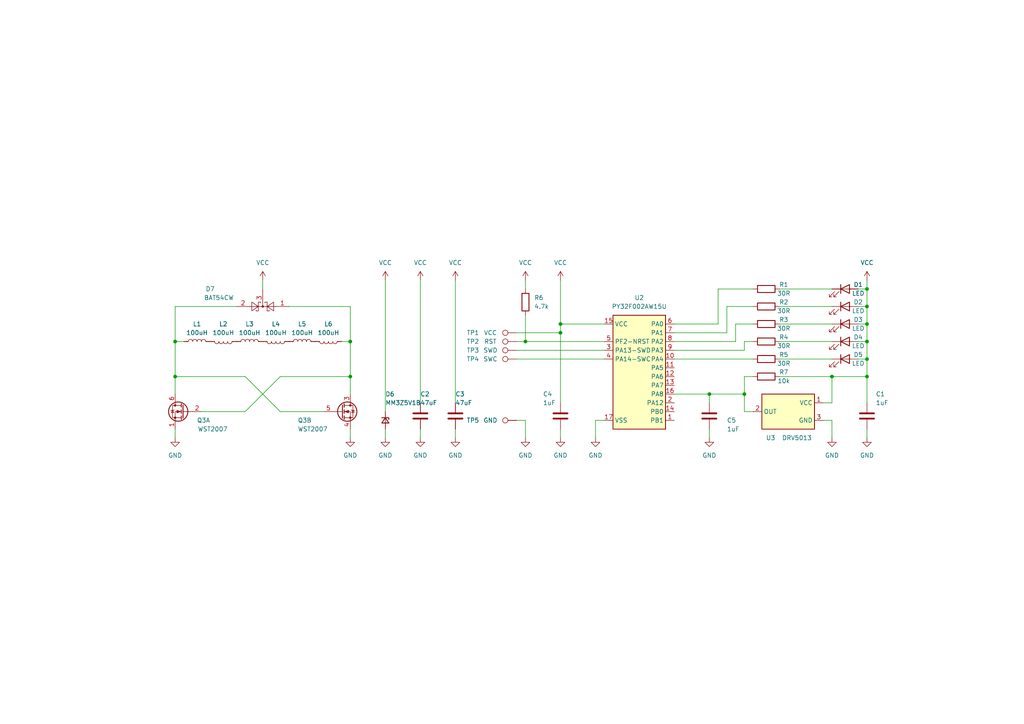
<source format=kicad_sch>
(kicad_sch (version 20230121) (generator eeschema)
  (paper "A4")
  (lib_symbols
    (symbol "Connector:TestPoint" (pin_numbers hide) (pin_names (offset 0.762) hide)
      (property "Reference" "TP" (at 0 6.858 0))
      (property "Value" "TestPoint" (at 0 5.08 0))
      (symbol "TestPoint_0_1"
        (circle (center 0 3.302) (radius 0.762))
      )
      (symbol "TestPoint_1_1"
        (pin passive line (at 0 0 90) (length 2.54) (name "1") (number "1"))
      )
    )
    (symbol "Device:C" (pin_numbers hide) (pin_names (offset 0.254))
      (property "Reference" "C" (at 0.635 2.54 0))
      (property "Value" "C" (at 0.635 -2.54 0))
      (symbol "C_0_1"
        (polyline (pts (xy -2.032 -0.762) (xy 2.032 -0.762)) (stroke (width 0.508)))
        (polyline (pts (xy -2.032 0.762) (xy 2.032 0.762)) (stroke (width 0.508)))
      )
      (symbol "C_1_1"
        (pin passive line (at 0 3.81 270) (length 2.794) (name "~") (number "1"))
        (pin passive line (at 0 -3.81 90) (length 2.794) (name "~") (number "2"))
      )
    )
    (symbol "Device:D_Zener_Small" (pin_numbers hide) (pin_names (offset 0.254) hide)
      (property "Reference" "D" (at 0 2.286 0))
      (property "Value" "D_Zener_Small" (at 0 -2.286 0))
      (symbol "D_Zener_Small_0_1"
        (polyline (pts (xy 0.762 0) (xy -0.762 0)))
        (polyline (pts (xy -0.254 1.016) (xy -0.762 1.016) (xy -0.762 -1.016)) (stroke (width 0.254)))
        (polyline (pts (xy 0.762 1.016) (xy -0.762 0) (xy 0.762 -1.016) (xy 0.762 1.016)) (stroke (width 0.254)))
      )
      (symbol "D_Zener_Small_1_1"
        (pin passive line (at -2.54 0 0) (length 1.778) (name "K") (number "1"))
        (pin passive line (at 2.54 0 180) (length 1.778) (name "A") (number "2"))
      )
    )
    (symbol "Device:L" (pin_numbers hide) (pin_names (offset 1.016) hide)
      (property "Reference" "L" (at -1.27 0 90))
      (property "Value" "L" (at 1.905 0 90))
      (symbol "L_0_1"
        (arc (start 0 -2.54) (mid 0.6323 -1.905) (end 0 -1.27))
        (arc (start 0 -1.27) (mid 0.6323 -0.635) (end 0 0))
        (arc (start 0 0) (mid 0.6323 0.635) (end 0 1.27))
        (arc (start 0 1.27) (mid 0.6323 1.905) (end 0 2.54))
      )
      (symbol "L_1_1"
        (pin passive line (at 0 3.81 270) (length 1.27) (name "1") (number "1"))
        (pin passive line (at 0 -3.81 90) (length 1.27) (name "2") (number "2"))
      )
    )
    (symbol "Device:LED" (pin_numbers hide) (pin_names (offset 1.016) hide)
      (property "Reference" "D" (at 0 2.54 0))
      (property "Value" "LED" (at 0 -2.54 0))
      (symbol "LED_0_1"
        (polyline (pts (xy -1.27 -1.27) (xy -1.27 1.27)) (stroke (width 0.254)))
        (polyline (pts (xy -1.27 0) (xy 1.27 0)))
        (polyline (pts (xy 1.27 -1.27) (xy 1.27 1.27) (xy -1.27 0) (xy 1.27 -1.27)) (stroke (width 0.254)))
        (polyline (pts (xy -3.048 -0.762) (xy -4.572 -2.286) (xy -3.81 -2.286) (xy -4.572 -2.286) (xy -4.572 -1.524)))
        (polyline (pts (xy -1.778 -0.762) (xy -3.302 -2.286) (xy -2.54 -2.286) (xy -3.302 -2.286) (xy -3.302 -1.524)))
      )
      (symbol "LED_1_1"
        (pin passive line (at -3.81 0 0) (length 2.54) (name "K") (number "1"))
        (pin passive line (at 3.81 0 180) (length 2.54) (name "A") (number "2"))
      )
    )
    (symbol "Device:R" (pin_numbers hide) (pin_names (offset 0))
      (property "Reference" "R" (at 2.032 0 90))
      (property "Value" "R" (at 0 0 90))
      (symbol "R_0_1"
        (rectangle (start -1.016 -2.54) (end 1.016 2.54) (stroke (width 0.254)))
      )
      (symbol "R_1_1"
        (pin passive line (at 0 3.81 270) (length 1.27) (name "~") (number "1"))
        (pin passive line (at 0 -3.81 90) (length 1.27) (name "~") (number "2"))
      )
    )
    (symbol "Diode:BAT54CW" (pin_names (offset 1.016))
      (property "Reference" "D" (at 0.635 -3.81 0))
      (property "Value" "BAT54CW" (at -6.35 3.175 0))
      (symbol "BAT54CW_0_1"
        (polyline (pts (xy -1.905 0) (xy 1.905 0)))
        (polyline (pts (xy -1.905 1.27) (xy -1.905 1.016)))
        (polyline (pts (xy -1.27 -1.27) (xy -0.635 -1.27)))
        (polyline (pts (xy -1.27 0) (xy -3.81 0)))
        (polyline (pts (xy -1.27 1.27) (xy -1.905 1.27)))
        (polyline (pts (xy -1.27 1.27) (xy -1.27 -1.27)))
        (polyline (pts (xy -0.635 -1.27) (xy -0.635 -1.016)))
        (polyline (pts (xy 0.635 -1.27) (xy 0.635 -1.016)))
        (polyline (pts (xy 1.27 -1.27) (xy 0.635 -1.27)))
        (polyline (pts (xy 1.27 1.27) (xy 1.27 -1.27)))
        (polyline (pts (xy 1.27 1.27) (xy 1.905 1.27)))
        (polyline (pts (xy 1.905 1.27) (xy 1.905 1.016)))
        (polyline (pts (xy 3.81 0) (xy 1.27 0)))
        (polyline (pts (xy -3.175 -1.27) (xy -3.175 1.27) (xy -1.27 0) (xy -3.175 -1.27)))
        (polyline (pts (xy 3.175 -1.27) (xy 3.175 1.27) (xy 1.27 0) (xy 3.175 -1.27)))
        (circle (center 0 0) (radius 0.254) (fill (type outline)))
      )
      (symbol "BAT54CW_1_1"
        (pin passive line (at -7.62 0 0) (length 3.81) (name "~") (number "1"))
        (pin passive line (at 7.62 0 180) (length 3.81) (name "~") (number "2"))
        (pin passive line (at 0 -5.08 90) (length 5.08) (name "~") (number "3"))
      )
    )
    (symbol "USER:DRV5013"
      (property "Reference" "U" (at 2.54 6.35 0))
      (property "Value" "DRV5013" (at 2.54 3.81 0))
      (symbol "DRV5013_1_1"
        (rectangle (start 2.54 2.54) (end 17.78 -7.62) (stroke (width 0.254)) (fill (type background)))
        (pin power_in line (at 20.32 0 180) (length 2.54) (name "VCC") (number "1"))
        (pin open_collector line (at 0 -2.54 0) (length 2.54) (name "OUT") (number "2"))
        (pin power_in line (at 20.32 -5.08 180) (length 2.54) (name "GND") (number "3"))
      )
    )
    (symbol "USER:PY32F002AW15U"
      (property "Reference" "U" (at 2.54 6.35 0))
      (property "Value" "PY32F002AW15U" (at 2.54 3.81 0))
      (symbol "PY32F002AW15U_1_1"
        (rectangle (start 2.54 2.54) (end 17.78 -30.48) (stroke (width 0.254)) (fill (type background)))
        (pin passive line (at 20.32 -27.94 180) (length 2.54) (name "PB1") (number "1"))
        (pin passive line (at 20.32 -10.16 180) (length 2.54) (name "PA4") (number "10"))
        (pin passive line (at 20.32 -12.7 180) (length 2.54) (name "PA5") (number "11"))
        (pin passive line (at 20.32 -15.24 180) (length 2.54) (name "PA6") (number "12"))
        (pin passive line (at 20.32 -17.78 180) (length 2.54) (name "PA7") (number "13"))
        (pin passive line (at 20.32 -25.4 180) (length 2.54) (name "PB0") (number "14"))
        (pin power_in line (at 0 0 0) (length 2.54) (name "VCC") (number "15"))
        (pin passive line (at 20.32 -20.32 180) (length 2.54) (name "PA8") (number "16"))
        (pin power_in line (at 0 -27.94 0) (length 2.54) (name "VSS") (number "17"))
        (pin passive line (at 20.32 -22.86 180) (length 2.54) (name "PA12") (number "2"))
        (pin passive line (at 0 -7.62 0) (length 2.54) (name "PA13-SWD") (number "3"))
        (pin passive line (at 0 -10.16 0) (length 2.54) (name "PA14-SWC") (number "4"))
        (pin passive line (at 0 -5.08 0) (length 2.54) (name "PF2-NRST") (number "5"))
        (pin passive line (at 20.32 0 180) (length 2.54) (name "PA0") (number "6"))
        (pin passive line (at 20.32 -2.54 180) (length 2.54) (name "PA1") (number "7"))
        (pin passive line (at 20.32 -5.08 180) (length 2.54) (name "PA2") (number "8"))
        (pin passive line (at 20.32 -7.62 180) (length 2.54) (name "PA3") (number "9"))
      )
    )
    (symbol "USER:WST2007" (pin_names hide)
      (property "Reference" "Q" (at 5.08 1.905 0))
      (property "Value" "WST2007" (at 5.08 0 0))
      (symbol "WST2007_0_1"
        (polyline (pts (xy 0.254 0) (xy -2.54 0)))
        (polyline (pts (xy 0.254 1.905) (xy 0.254 -1.905)) (stroke (width 0.254)))
        (polyline (pts (xy 0.762 -1.27) (xy 0.762 -2.286)) (stroke (width 0.254)))
        (polyline (pts (xy 0.762 0.508) (xy 0.762 -0.508)) (stroke (width 0.254)))
        (polyline (pts (xy 0.762 2.286) (xy 0.762 1.27)) (stroke (width 0.254)))
        (polyline (pts (xy 2.54 2.54) (xy 2.54 1.778)))
        (polyline (pts (xy 2.54 -2.54) (xy 2.54 0) (xy 0.762 0)))
        (polyline (pts (xy 0.762 -1.778) (xy 3.302 -1.778) (xy 3.302 1.778) (xy 0.762 1.778)))
        (polyline (pts (xy 1.016 0) (xy 2.032 0.381) (xy 2.032 -0.381) (xy 1.016 0)) (fill (type outline)))
        (polyline (pts (xy 2.794 0.508) (xy 2.921 0.381) (xy 3.683 0.381) (xy 3.81 0.254)))
        (polyline (pts (xy 3.302 0.381) (xy 2.921 -0.254) (xy 3.683 -0.254) (xy 3.302 0.381)))
        (circle (center 1.651 0) (radius 2.794) (stroke (width 0.254)))
        (circle (center 2.54 -1.778) (radius 0.254) (fill (type outline)))
        (circle (center 2.54 1.778) (radius 0.254) (fill (type outline)))
      )
      (symbol "WST2007_1_1"
        (pin passive line (at 2.54 -5.08 90) (length 2.54) (name "S") (number "1"))
        (pin passive line (at -5.08 0 0) (length 2.54) (name "G") (number "2"))
        (pin passive line (at 2.54 5.08 270) (length 2.54) (name "D") (number "6"))
      )
      (symbol "WST2007_2_1"
        (pin passive line (at 2.54 5.08 270) (length 2.54) (name "D") (number "3"))
        (pin passive line (at 2.54 -5.08 90) (length 2.54) (name "S") (number "4"))
        (pin passive line (at -5.08 0 0) (length 2.54) (name "G") (number "5"))
      )
    )
    (symbol "power:GND" (power) (pin_names (offset 0))
      (property "Value" "GND" (at 0 -3.81 0))
      (symbol "GND_0_1"
        (polyline (pts (xy 0 0) (xy 0 -1.27) (xy 1.27 -1.27) (xy 0 -2.54) (xy -1.27 -1.27) (xy 0 -1.27)))
      )
      (symbol "GND_1_1"
        (pin power_in line (at 0 0 270) (length 0) hide (name "GND") (number "1"))
      )
    )
    (symbol "power:VCC" (power) (pin_names (offset 0))
      (property "Value" "VCC" (at 0 3.81 0))
      (symbol "VCC_0_1"
        (polyline (pts (xy -0.762 1.27) (xy 0 2.54)))
        (polyline (pts (xy 0 0) (xy 0 2.54)))
        (polyline (pts (xy 0 2.54) (xy 0.762 1.27)))
      )
      (symbol "VCC_1_1"
        (pin power_in line (at 0 0 90) (length 0) hide (name "VCC") (number "1"))
      )
    )
  )
  (junction (at 50.8 109.22))
  (junction (at 251.46 88.9))
  (junction (at 251.46 104.14))
  (junction (at 101.6 109.22))
  (junction (at 205.74 114.3))
  (junction (at 251.46 99.06))
  (junction (at 50.8 99.06))
  (junction (at 162.56 96.52))
  (junction (at 215.9 114.3))
  (junction (at 241.3 109.22))
  (junction (at 162.56 93.98))
  (junction (at 251.46 109.22))
  (junction (at 101.6 99.06))
  (junction (at 251.46 93.98))
  (junction (at 251.46 83.82))
  (junction (at 152.4 99.06))
  (wire (pts (xy 162.56 96.52) (xy 162.56 116.84)))
  (wire (pts (xy 121.92 124.46) (xy 121.92 127)))
  (wire (pts (xy 132.08 124.46) (xy 132.08 127)))
  (wire (pts (xy 241.3 109.22) (xy 241.3 116.84)))
  (wire (pts (xy 241.3 127) (xy 241.3 121.92)))
  (wire (pts (xy 218.44 99.06) (xy 215.9 99.06)))
  (wire (pts (xy 149.86 99.06) (xy 152.4 99.06)))
  (wire (pts (xy 50.8 99.06) (xy 53.34 99.06)))
  (wire (pts (xy 251.46 93.98) (xy 251.46 99.06)))
  (wire (pts (xy 162.56 93.98) (xy 162.56 96.52)))
  (wire (pts (xy 121.92 81.28) (xy 121.92 116.84)))
  (wire (pts (xy 152.4 121.92) (xy 149.86 121.92)))
  (wire (pts (xy 81.28 119.38) (xy 93.98 119.38)))
  (wire (pts (xy 215.9 99.06) (xy 215.9 101.6)))
  (wire (pts (xy 50.8 127) (xy 50.8 124.46)))
  (wire (pts (xy 251.46 88.9) (xy 251.46 93.98)))
  (wire (pts (xy 172.72 127) (xy 172.72 121.92)))
  (wire (pts (xy 152.4 127) (xy 152.4 121.92)))
  (wire (pts (xy 152.4 99.06) (xy 175.26 99.06)))
  (wire (pts (xy 132.08 81.28) (xy 132.08 116.84)))
  (wire (pts (xy 149.86 104.14) (xy 175.26 104.14)))
  (wire (pts (xy 149.86 101.6) (xy 175.26 101.6)))
  (wire (pts (xy 208.28 93.98) (xy 208.28 83.82)))
  (wire (pts (xy 68.58 88.9) (xy 50.8 88.9)))
  (wire (pts (xy 210.82 88.9) (xy 210.82 96.52)))
  (wire (pts (xy 226.06 93.98) (xy 241.3 93.98)))
  (wire (pts (xy 251.46 124.46) (xy 251.46 127)))
  (wire (pts (xy 172.72 121.92) (xy 175.26 121.92)))
  (wire (pts (xy 205.74 114.3) (xy 205.74 116.84)))
  (wire (pts (xy 213.36 99.06) (xy 213.36 93.98)))
  (wire (pts (xy 195.58 99.06) (xy 213.36 99.06)))
  (wire (pts (xy 218.44 109.22) (xy 215.9 109.22)))
  (wire (pts (xy 152.4 81.28) (xy 152.4 83.82)))
  (wire (pts (xy 248.92 83.82) (xy 251.46 83.82)))
  (wire (pts (xy 50.8 109.22) (xy 50.8 114.3)))
  (wire (pts (xy 218.44 88.9) (xy 210.82 88.9)))
  (wire (pts (xy 111.76 124.46) (xy 111.76 127)))
  (wire (pts (xy 205.74 114.3) (xy 195.58 114.3)))
  (wire (pts (xy 210.82 96.52) (xy 195.58 96.52)))
  (wire (pts (xy 248.92 99.06) (xy 251.46 99.06)))
  (wire (pts (xy 58.42 119.38) (xy 71.12 119.38)))
  (wire (pts (xy 99.06 99.06) (xy 101.6 99.06)))
  (wire (pts (xy 71.12 109.22) (xy 50.8 109.22)))
  (wire (pts (xy 195.58 104.14) (xy 218.44 104.14)))
  (wire (pts (xy 50.8 99.06) (xy 50.8 109.22)))
  (wire (pts (xy 248.92 104.14) (xy 251.46 104.14)))
  (wire (pts (xy 101.6 109.22) (xy 101.6 114.3)))
  (wire (pts (xy 83.82 88.9) (xy 101.6 88.9)))
  (wire (pts (xy 226.06 109.22) (xy 241.3 109.22)))
  (wire (pts (xy 215.9 119.38) (xy 215.9 114.3)))
  (wire (pts (xy 208.28 83.82) (xy 218.44 83.82)))
  (wire (pts (xy 241.3 116.84) (xy 238.76 116.84)))
  (wire (pts (xy 226.06 99.06) (xy 241.3 99.06)))
  (wire (pts (xy 71.12 109.22) (xy 81.28 119.38)))
  (wire (pts (xy 101.6 99.06) (xy 101.6 109.22)))
  (wire (pts (xy 205.74 124.46) (xy 205.74 127)))
  (wire (pts (xy 248.92 88.9) (xy 251.46 88.9)))
  (wire (pts (xy 226.06 88.9) (xy 241.3 88.9)))
  (wire (pts (xy 215.9 114.3) (xy 205.74 114.3)))
  (wire (pts (xy 251.46 109.22) (xy 251.46 116.84)))
  (wire (pts (xy 71.12 119.38) (xy 81.28 109.22)))
  (wire (pts (xy 226.06 83.82) (xy 241.3 83.82)))
  (wire (pts (xy 152.4 91.44) (xy 152.4 99.06)))
  (wire (pts (xy 241.3 121.92) (xy 238.76 121.92)))
  (wire (pts (xy 248.92 93.98) (xy 251.46 93.98)))
  (wire (pts (xy 111.76 81.28) (xy 111.76 119.38)))
  (wire (pts (xy 251.46 81.28) (xy 251.46 83.82)))
  (wire (pts (xy 175.26 93.98) (xy 162.56 93.98)))
  (wire (pts (xy 251.46 104.14) (xy 251.46 109.22)))
  (wire (pts (xy 251.46 99.06) (xy 251.46 104.14)))
  (wire (pts (xy 226.06 104.14) (xy 241.3 104.14)))
  (wire (pts (xy 101.6 127) (xy 101.6 124.46)))
  (wire (pts (xy 215.9 109.22) (xy 215.9 114.3)))
  (wire (pts (xy 195.58 101.6) (xy 215.9 101.6)))
  (wire (pts (xy 213.36 93.98) (xy 218.44 93.98)))
  (wire (pts (xy 241.3 109.22) (xy 251.46 109.22)))
  (wire (pts (xy 149.86 96.52) (xy 162.56 96.52)))
  (wire (pts (xy 251.46 83.82) (xy 251.46 88.9)))
  (wire (pts (xy 76.2 81.28) (xy 76.2 83.82)))
  (wire (pts (xy 81.28 109.22) (xy 101.6 109.22)))
  (wire (pts (xy 50.8 88.9) (xy 50.8 99.06)))
  (wire (pts (xy 162.56 124.46) (xy 162.56 127)))
  (wire (pts (xy 215.9 119.38) (xy 218.44 119.38)))
  (wire (pts (xy 101.6 88.9) (xy 101.6 99.06)))
  (wire (pts (xy 162.56 93.98) (xy 162.56 81.28)))
  (wire (pts (xy 195.58 93.98) (xy 208.28 93.98)))
  (symbol (lib_id "power:GND") (at 101.6 127 0) (unit 1)
    (property "Reference" "#PWR02" (effects hide))
    (property "Value" "GND" (at 101.6 132.08 0))
  )
  (symbol (lib_id "Device:LED") (at 245.11 93.98 0) (unit 1)
    (property "Reference" "D3" (at 248.92 92.71 0))
    (property "Value" "LED" (at 248.92 95.25 0))
    (property "Footprint" "LED_SMD:LED_0402_1005Metric" (effects hide))
  )
  (symbol (lib_id "Device:L") (at 95.25 99.06 270) (unit 1)
    (property "Reference" "L6" (at 95.25 93.98 90))
    (property "Value" "100uH" (at 95.25 96.52 90))
    (property "Footprint" "USER:L_SHOUHAN _CY43-100UH" (effects hide))
  )
  (symbol (lib_id "power:GND") (at 121.92 127 0) (unit 1)
    (property "Reference" "#PWR09" (effects hide))
    (property "Value" "GND" (at 121.92 132.08 0))
  )
  (symbol (lib_id "USER:WST2007") (at 99.06 119.38 0) (unit 2)
    (property "Reference" "Q3" (at 86.36 121.92 0) (effects (justify left)))
    (property "Value" "WST2007" (at 86.36 124.46 0) (effects (justify left)))
    (property "Footprint" "Package_TO_SOT_SMD:SOT-363_SC-70-6" (effects hide))
  )
  (symbol (lib_id "Connector:TestPoint") (at 149.86 121.92 90) (unit 1)
    (property "Reference" "TP5" (at 137.16 121.92 90))
    (property "Value" "GND" (at 142.24 121.92 90))
    (property "Footprint" "TestPoint:TestPoint_Pad_D2.0mm" (effects hide))
  )
  (symbol (lib_id "power:GND") (at 162.56 127 0) (unit 1)
    (property "Reference" "#PWR04" (effects hide))
    (property "Value" "GND" (at 162.56 132.08 0))
  )
  (symbol (lib_id "Device:L") (at 57.15 99.06 90) (unit 1)
    (property "Reference" "L1" (at 57.15 93.98 90))
    (property "Value" "100uH" (at 57.15 96.52 90))
    (property "Footprint" "USER:L_SHOUHAN _CY43-100UH" (effects hide))
  )
  (symbol (lib_id "Connector:TestPoint") (at 149.86 104.14 90) (unit 1)
    (property "Reference" "TP4" (at 137.16 104.14 90))
    (property "Value" "SWC" (at 142.24 104.14 90))
    (property "Footprint" "TestPoint:TestPoint_Pad_D2.0mm" (effects hide))
  )
  (symbol (lib_id "power:GND") (at 50.8 127 0) (unit 1)
    (property "Reference" "#PWR01" (effects hide))
    (property "Value" "GND" (at 50.8 132.08 0))
  )
  (symbol (lib_id "power:VCC") (at 152.4 81.28 0) (unit 1)
    (property "Reference" "#PWR015" (effects hide))
    (property "Value" "VCC" (at 152.4 76.2 0))
  )
  (symbol (lib_id "Connector:TestPoint") (at 149.86 101.6 90) (unit 1)
    (property "Reference" "TP3" (at 137.16 101.6 90))
    (property "Value" "SWD" (at 142.24 101.6 90))
    (property "Footprint" "TestPoint:TestPoint_Pad_D2.0mm" (effects hide))
  )
  (symbol (lib_id "Device:R") (at 222.25 93.98 90) (unit 1)
    (property "Reference" "R3" (at 227.33 92.71 90))
    (property "Value" "30R" (at 227.33 95.25 90))
    (property "Footprint" "Resistor_SMD:R_0402_1005Metric" (effects hide))
  )
  (symbol (lib_id "Connector:TestPoint") (at 149.86 96.52 90) (unit 1)
    (property "Reference" "TP1" (at 137.16 96.52 90))
    (property "Value" "VCC" (at 142.24 96.52 90))
    (property "Footprint" "TestPoint:TestPoint_Pad_D2.0mm" (effects hide))
  )
  (symbol (lib_id "Device:D_Zener_Small") (at 111.76 121.92 270) (unit 1)
    (property "Reference" "D6" (at 111.76 114.3 90) (effects (justify left)))
    (property "Value" "MM3Z5V1B" (at 111.76 116.84 90) (effects (justify left)))
    (property "Footprint" "Diode_SMD:D_SOD-323" (effects hide))
  )
  (symbol (lib_id "power:GND") (at 172.72 127 0) (unit 1)
    (property "Reference" "#PWR016" (effects hide))
    (property "Value" "GND" (at 172.72 132.08 0))
  )
  (symbol (lib_id "power:GND") (at 241.3 127 0) (unit 1)
    (property "Reference" "#PWR08" (effects hide))
    (property "Value" "GND" (at 241.3 132.08 0))
  )
  (symbol (lib_id "Device:L") (at 87.63 99.06 90) (unit 1)
    (property "Reference" "L5" (at 87.63 93.98 90))
    (property "Value" "100uH" (at 87.63 96.52 90))
    (property "Footprint" "USER:L_SHOUHAN _CY43-100UH" (effects hide))
  )
  (symbol (lib_id "Device:R") (at 222.25 104.14 90) (unit 1)
    (property "Reference" "R5" (at 227.33 102.87 90))
    (property "Value" "30R" (at 227.33 105.41 90))
    (property "Footprint" "Resistor_SMD:R_0402_1005Metric" (effects hide))
  )
  (symbol (lib_id "power:VCC") (at 251.46 81.28 0) (unit 1)
    (property "Reference" "#PWR07" (effects hide))
    (property "Value" "VCC" (at 251.46 76.2 0))
  )
  (symbol (lib_id "Device:C") (at 251.46 120.65 0) (unit 1)
    (property "Reference" "C1" (at 254 114.3 0) (effects (justify left)))
    (property "Value" "1uF" (at 254 116.84 0) (effects (justify left)))
    (property "Footprint" "Capacitor_SMD:C_0402_1005Metric_Pad0.74x0.62mm_HandSolder" (effects hide))
  )
  (symbol (lib_id "Device:L") (at 72.39 99.06 90) (unit 1)
    (property "Reference" "L3" (at 72.39 93.98 90))
    (property "Value" "100uH" (at 72.39 96.52 90))
    (property "Footprint" "USER:L_SHOUHAN _CY43-100UH" (effects hide))
  )
  (symbol (lib_id "USER:DRV5013") (at 218.44 116.84 0) (unit 1)
    (property "Reference" "U3" (at 223.52 127 0))
    (property "Value" "DRV5013" (at 231.14 127 0))
    (property "Footprint" "Package_TO_SOT_SMD:SOT-23" (effects hide))
  )
  (symbol (lib_id "Device:C") (at 132.08 120.65 0) (unit 1)
    (property "Reference" "C3" (at 132.08 114.3 0) (effects (justify left)))
    (property "Value" "47uF" (at 132.08 116.84 0) (effects (justify left)))
    (property "Footprint" "Capacitor_SMD:C_0805_2012Metric_Pad1.18x1.45mm_HandSolder" (effects hide))
  )
  (symbol (lib_id "power:GND") (at 251.46 127 0) (unit 1)
    (property "Reference" "#PWR03" (effects hide))
    (property "Value" "GND" (at 251.46 132.08 0))
  )
  (symbol (lib_id "Device:R") (at 222.25 99.06 90) (unit 1)
    (property "Reference" "R4" (at 227.33 97.79 90))
    (property "Value" "30R" (at 227.33 100.33 90))
    (property "Footprint" "Resistor_SMD:R_0402_1005Metric" (effects hide))
  )
  (symbol (lib_id "Device:L") (at 64.77 99.06 270) (unit 1)
    (property "Reference" "L2" (at 64.77 93.98 90))
    (property "Value" "100uH" (at 64.77 96.52 90))
    (property "Footprint" "USER:L_SHOUHAN _CY43-100UH" (effects hide))
  )
  (symbol (lib_id "power:VCC") (at 111.76 81.28 0) (unit 1)
    (property "Reference" "#PWR014" (effects hide))
    (property "Value" "VCC" (at 111.76 76.2 0))
  )
  (symbol (lib_id "power:GND") (at 152.4 127 0) (unit 1)
    (property "Reference" "#PWR017" (effects hide))
    (property "Value" "GND" (at 152.4 132.08 0))
  )
  (symbol (lib_id "USER:PY32F002AW15U") (at 175.26 93.98 0) (unit 1)
    (property "Reference" "U2" (at 185.42 86.36 0))
    (property "Value" "PY32F002AW15U" (at 185.42 88.9 0))
    (property "Footprint" "Package_DFN_QFN:QFN-16-1EP_3x3mm_P0.5mm_EP1.7x1.7mm" (effects hide))
  )
  (symbol (lib_id "Device:LED") (at 245.11 88.9 0) (unit 1)
    (property "Reference" "D2" (at 248.92 87.63 0))
    (property "Value" "LED" (at 248.92 90.17 0))
    (property "Footprint" "LED_SMD:LED_0402_1005Metric" (effects hide))
  )
  (symbol (lib_id "power:GND") (at 111.76 127 0) (unit 1)
    (property "Reference" "#PWR013" (effects hide))
    (property "Value" "GND" (at 111.76 132.08 0))
  )
  (symbol (lib_id "Device:C") (at 162.56 120.65 0) (unit 1)
    (property "Reference" "C4" (at 157.48 114.3 0) (effects (justify left)))
    (property "Value" "1uF" (at 157.48 116.84 0) (effects (justify left)))
    (property "Footprint" "Capacitor_SMD:C_0402_1005Metric_Pad0.74x0.62mm_HandSolder" (effects hide))
  )
  (symbol (lib_id "Device:LED") (at 245.11 99.06 0) (unit 1)
    (property "Reference" "D4" (at 248.92 97.79 0))
    (property "Value" "LED" (at 248.92 100.33 0))
    (property "Footprint" "LED_SMD:LED_0402_1005Metric" (effects hide))
  )
  (symbol (lib_id "power:VCC") (at 162.56 81.28 0) (unit 1)
    (property "Reference" "#PWR06" (effects hide))
    (property "Value" "VCC" (at 162.56 76.2 0))
  )
  (symbol (lib_id "Device:R") (at 222.25 83.82 90) (unit 1)
    (property "Reference" "R1" (at 227.33 82.55 90))
    (property "Value" "30R" (at 227.33 85.09 90))
    (property "Footprint" "Resistor_SMD:R_0402_1005Metric" (effects hide))
  )
  (symbol (lib_id "Device:R") (at 222.25 88.9 90) (unit 1)
    (property "Reference" "R2" (at 227.33 87.63 90))
    (property "Value" "30R" (at 227.33 90.17 90))
    (property "Footprint" "Resistor_SMD:R_0402_1005Metric" (effects hide))
  )
  (symbol (lib_id "Device:C") (at 121.92 120.65 0) (unit 1)
    (property "Reference" "C2" (at 121.92 114.3 0) (effects (justify left)))
    (property "Value" "47uF" (at 121.92 116.84 0) (effects (justify left)))
    (property "Footprint" "Capacitor_SMD:C_0805_2012Metric_Pad1.18x1.45mm_HandSolder" (effects hide))
  )
  (symbol (lib_id "Device:C") (at 205.74 120.65 0) (unit 1)
    (property "Reference" "C5" (at 210.82 121.92 0) (effects (justify left)))
    (property "Value" "1uF" (at 210.82 124.46 0) (effects (justify left)))
    (property "Footprint" "Capacitor_SMD:C_0402_1005Metric_Pad0.74x0.62mm_HandSolder" (effects hide))
  )
  (symbol (lib_id "Device:LED") (at 245.11 83.82 0) (unit 1)
    (property "Reference" "D1" (at 248.92 82.55 0))
    (property "Value" "LED" (at 248.92 85.09 0))
    (property "Footprint" "LED_SMD:LED_0402_1005Metric" (effects hide))
  )
  (symbol (lib_id "power:VCC") (at 121.92 81.28 0) (unit 1)
    (property "Reference" "#PWR011" (effects hide))
    (property "Value" "VCC" (at 121.92 76.2 0))
  )
  (symbol (lib_id "Connector:TestPoint") (at 149.86 99.06 90) (unit 1)
    (property "Reference" "TP2" (at 137.16 99.06 90))
    (property "Value" "RST" (at 142.24 99.06 90))
    (property "Footprint" "TestPoint:TestPoint_Pad_D2.0mm" (effects hide))
  )
  (symbol (lib_id "Diode:BAT54CW") (at 76.2 88.9 180) (unit 1)
    (property "Reference" "D7" (at 60.96 83.82 0))
    (property "Value" "BAT54CW" (at 63.5 86.36 0))
    (property "Footprint" "Package_TO_SOT_SMD:SOT-323_SC-70" (effects hide))
    (property "Datasheet" "https://assets.nexperia.com/documents/data-sheet/BAT54W_SER.pdf" (effects hide))
  )
  (symbol (lib_id "Device:LED") (at 245.11 104.14 0) (unit 1)
    (property "Reference" "D5" (at 248.92 102.87 0))
    (property "Value" "LED" (at 248.92 105.41 0))
    (property "Footprint" "LED_SMD:LED_0402_1005Metric" (effects hide))
  )
  (symbol (lib_id "Device:R") (at 222.25 109.22 90) (unit 1)
    (property "Reference" "R7" (at 227.33 107.95 90))
    (property "Value" "10k" (at 227.33 110.49 90))
    (property "Footprint" "Resistor_SMD:R_0402_1005Metric" (effects hide))
  )
  (symbol (lib_id "Device:R") (at 152.4 87.63 180) (unit 1)
    (property "Reference" "R6" (at 154.94 86.36 0) (effects (justify right)))
    (property "Value" "4.7k" (at 154.94 88.9 0) (effects (justify right)))
    (property "Footprint" "Resistor_SMD:R_0402_1005Metric" (effects hide))
  )
  (symbol (lib_id "power:VCC") (at 132.08 81.28 0) (unit 1)
    (property "Reference" "#PWR012" (effects hide))
    (property "Value" "VCC" (at 132.08 76.2 0))
  )
  (symbol (lib_id "Device:L") (at 80.01 99.06 270) (unit 1)
    (property "Reference" "L4" (at 80.01 93.98 90))
    (property "Value" "100uH" (at 80.01 96.52 90))
    (property "Footprint" "USER:L_SHOUHAN _CY43-100UH" (effects hide))
  )
  (symbol (lib_id "USER:WST2007") (at 53.34 119.38 0) (mirror y) (unit 1)
    (property "Reference" "Q3" (at 60.96 121.92 0) (effects (justify left)))
    (property "Value" "WST2007" (at 66.04 124.46 0) (effects (justify left)))
    (property "Footprint" "Package_TO_SOT_SMD:SOT-363_SC-70-6" (effects hide))
  )
  (symbol (lib_id "power:GND") (at 205.74 127 0) (unit 1)
    (property "Reference" "#PWR018" (effects hide))
    (property "Value" "GND" (at 205.74 132.08 0))
  )
  (symbol (lib_id "power:VCC") (at 76.2 81.28 0) (unit 1)
    (property "Reference" "#PWR05" (effects hide))
    (property "Value" "VCC" (at 76.2 76.2 0))
  )
  (symbol (lib_id "power:GND") (at 132.08 127 0) (unit 1)
    (property "Reference" "#PWR010" (effects hide))
    (property "Value" "GND" (at 132.08 132.08 0))
  )
)
</source>
